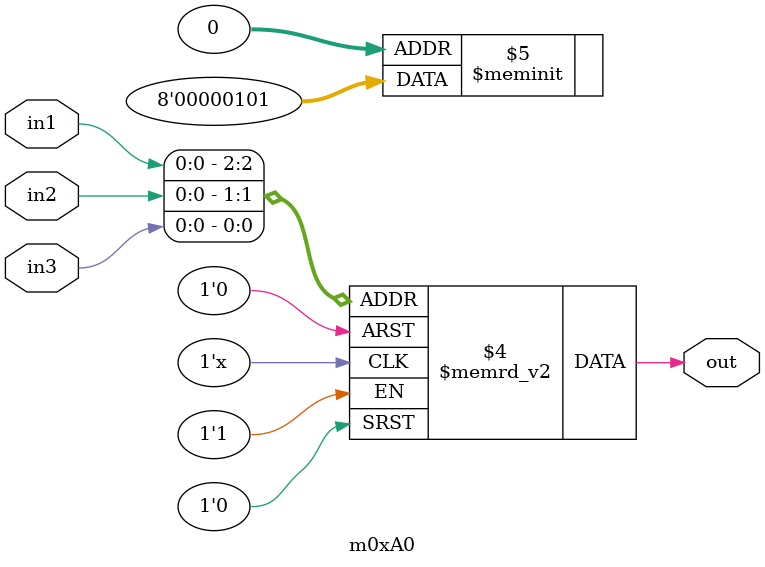
<source format=v>
module m0xA0(output out, input in1, in2, in3);

   always @(in1, in2, in3)
     begin
        case({in1, in2, in3})
          3'b000: {out} = 1'b1;
          3'b001: {out} = 1'b0;
          3'b010: {out} = 1'b1;
          3'b011: {out} = 1'b0;
          3'b100: {out} = 1'b0;
          3'b101: {out} = 1'b0;
          3'b110: {out} = 1'b0;
          3'b111: {out} = 1'b0;
        endcase // case ({in1, in2, in3})
     end // always @ (in1, in2, in3)

endmodule // m0xA0
</source>
